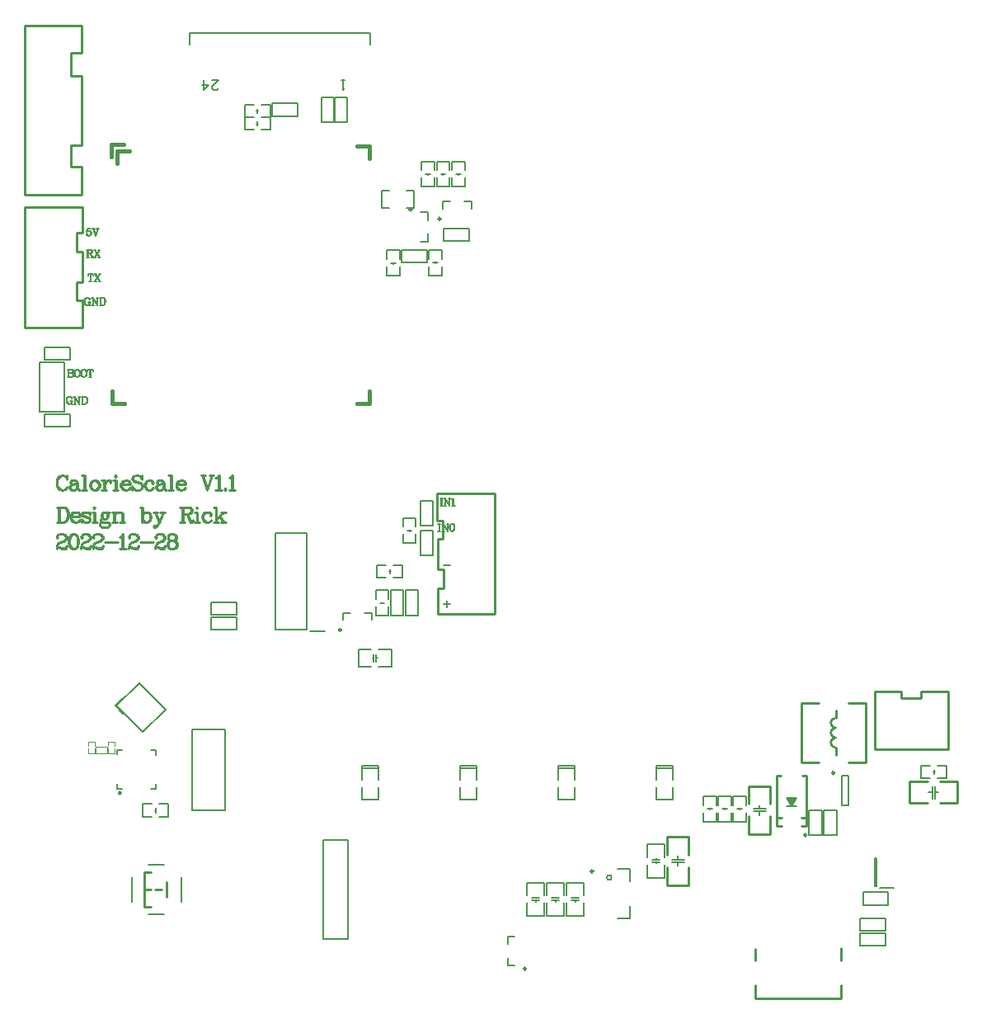
<source format=gto>
G04*
G04 #@! TF.GenerationSoftware,Altium Limited,Altium Designer,21.0.8 (223)*
G04*
G04 Layer_Color=65535*
%FSLAX25Y25*%
%MOIN*%
G70*
G04*
G04 #@! TF.SameCoordinates,947A2CD8-D87E-4BA2-AADF-D00DD91F1A07*
G04*
G04*
G04 #@! TF.FilePolarity,Positive*
G04*
G01*
G75*
%ADD10C,0.01000*%
%ADD11C,0.00984*%
%ADD12C,0.00591*%
%ADD13C,0.00800*%
%ADD14C,0.00600*%
%ADD15C,0.00400*%
%ADD16C,0.01575*%
%ADD17C,0.00787*%
D10*
X325803Y100756D02*
G03*
X325803Y96756I0J-2000D01*
G01*
Y108756D02*
G03*
X325803Y104756I0J-2000D01*
G01*
D02*
G03*
X325803Y100756I0J-2000D01*
G01*
X36850Y78500D02*
G03*
X36850Y78500I-500J0D01*
G01*
X314000Y61500D02*
G03*
X314000Y61500I-500J0D01*
G01*
X352253Y116800D02*
X360203D01*
X368083Y119330D02*
X371163D01*
X360203D02*
X368083D01*
X352253Y116800D02*
Y119330D01*
X341463D02*
X352253D01*
X360203Y116800D02*
Y119330D01*
X341463Y96200D02*
X371163D01*
Y119330D01*
X341463Y96200D02*
Y119330D01*
X325803Y108756D02*
Y111756D01*
Y93756D02*
Y96756D01*
X311803Y114756D02*
X318803D01*
X311803Y90756D02*
Y114756D01*
Y90756D02*
X318803D01*
X330803D02*
X337803D01*
Y114756D01*
X330803D02*
X337803D01*
X314000Y65000D02*
Y85630D01*
X302000D02*
X303650D01*
X302000Y65000D02*
Y85630D01*
X312252D02*
X314000D01*
X302000Y65000D02*
X304000D01*
X302685Y68500D02*
X304000D01*
X312000Y65000D02*
X314000D01*
X312000Y68500D02*
X313315D01*
X308000Y73800D02*
X309200Y76300D01*
X306800Y76000D02*
X308000Y73800D01*
X306800Y76000D02*
X308200D01*
X308000Y74910D02*
X308200Y76000D01*
X290600Y74000D02*
Y81146D01*
Y61854D02*
Y69000D01*
X299400Y61854D02*
Y69000D01*
Y74000D02*
Y81146D01*
X290600Y61658D02*
X299400D01*
X290600Y81146D02*
X299400D01*
X293138Y-4512D02*
X327862D01*
X293177D02*
Y921D01*
X327860Y-4515D02*
Y805D01*
X293177Y10646D02*
Y15528D01*
X327823Y10835D02*
Y15716D01*
X367854Y83140D02*
X375000D01*
X355709Y83140D02*
X362854Y83140D01*
X355709Y74340D02*
X362854Y74340D01*
X367854D02*
X375000D01*
X355512D02*
Y83140D01*
X375000Y74340D02*
Y83140D01*
X257600Y53500D02*
Y60646D01*
Y41354D02*
Y48500D01*
X266400Y41354D02*
Y48500D01*
Y53500D02*
Y60646D01*
X257600Y41157D02*
X266400D01*
X257600Y60646D02*
X266400D01*
X-2000Y320300D02*
X20800D01*
X-2000Y388400D02*
X20900D01*
X-2000Y320300D02*
Y388400D01*
X20900Y377400D02*
Y388400D01*
X20800Y320300D02*
Y331500D01*
X16700Y331500D02*
X20800Y331500D01*
X16700Y331500D02*
Y340000D01*
X20800Y340000D01*
Y368100D01*
X16700Y368100D02*
X20800Y368100D01*
X16700Y368100D02*
Y377400D01*
X20900D01*
X18800Y297200D02*
X21200Y297200D01*
X18900Y284700D02*
X21200Y284700D01*
X21200Y297200D01*
X21300Y266600D02*
Y277400D01*
X21200Y304900D02*
Y315300D01*
X-2100Y266600D02*
Y315300D01*
X21200D01*
X-2100Y266600D02*
X21300D01*
X18800Y304900D02*
X21200D01*
X18800Y297200D02*
Y304900D01*
X18900Y277400D02*
X21300Y277400D01*
X18900Y284700D02*
X18900Y277400D01*
X164800Y168800D02*
X167200D01*
X164800Y181300D02*
X167100D01*
X164800Y168800D02*
Y181300D01*
X164700Y188600D02*
Y199400D01*
X164800Y150700D02*
Y161100D01*
X188100Y150700D02*
Y199400D01*
X164800Y150700D02*
X188100D01*
X164700Y199400D02*
X188100D01*
X164800Y161100D02*
X167200D01*
Y168800D01*
X164700Y188600D02*
X167100D01*
Y181300D02*
Y188600D01*
X46181Y46500D02*
X49081D01*
X46181Y32500D02*
Y46500D01*
Y32500D02*
X49081D01*
X55181Y36500D02*
Y42400D01*
X50581Y39500D02*
X53181D01*
X46181D02*
X48781D01*
X11657Y193949D02*
Y187950D01*
X11943Y193949D02*
Y187950D01*
X10800Y193949D02*
X13656D01*
X14514Y193663D01*
X15085Y193092D01*
X15370Y192521D01*
X15656Y191664D01*
Y190235D01*
X15370Y189378D01*
X15085Y188807D01*
X14514Y188236D01*
X13656Y187950D01*
X10800D01*
X13656Y193949D02*
X14228Y193663D01*
X14799Y193092D01*
X15085Y192521D01*
X15370Y191664D01*
Y190235D01*
X15085Y189378D01*
X14799Y188807D01*
X14228Y188236D01*
X13656Y187950D01*
X16742Y190235D02*
X20169D01*
Y190807D01*
X19884Y191378D01*
X19598Y191664D01*
X19027Y191949D01*
X18170D01*
X17313Y191664D01*
X16742Y191092D01*
X16456Y190235D01*
Y189664D01*
X16742Y188807D01*
X17313Y188236D01*
X18170Y187950D01*
X18741D01*
X19598Y188236D01*
X20169Y188807D01*
X19884Y190235D02*
Y191092D01*
X19598Y191664D01*
X18170Y191949D02*
X17598Y191664D01*
X17027Y191092D01*
X16742Y190235D01*
Y189664D01*
X17027Y188807D01*
X17598Y188236D01*
X18170Y187950D01*
X23940Y191378D02*
X24226Y191949D01*
Y190807D01*
X23940Y191378D01*
X23654Y191664D01*
X23083Y191949D01*
X21940D01*
X21369Y191664D01*
X21083Y191378D01*
Y190807D01*
X21369Y190521D01*
X21940Y190235D01*
X23369Y189664D01*
X23940Y189378D01*
X24226Y189093D01*
X21083Y191092D02*
X21369Y190807D01*
X21940Y190521D01*
X23369Y189950D01*
X23940Y189664D01*
X24226Y189378D01*
Y188522D01*
X23940Y188236D01*
X23369Y187950D01*
X22226D01*
X21655Y188236D01*
X21369Y188522D01*
X21083Y189093D01*
Y187950D01*
X21369Y188522D01*
X26054Y193949D02*
X25768Y193663D01*
X26054Y193378D01*
X26340Y193663D01*
X26054Y193949D01*
Y191949D02*
Y187950D01*
X26340Y191949D02*
Y187950D01*
X25197Y191949D02*
X26340D01*
X25197Y187950D02*
X27196D01*
X29996Y191949D02*
X29425Y191664D01*
X29139Y191378D01*
X28853Y190807D01*
Y190235D01*
X29139Y189664D01*
X29425Y189378D01*
X29996Y189093D01*
X30567D01*
X31139Y189378D01*
X31424Y189664D01*
X31710Y190235D01*
Y190807D01*
X31424Y191378D01*
X31139Y191664D01*
X30567Y191949D01*
X29996D01*
X29425Y191664D02*
X29139Y191092D01*
Y189950D01*
X29425Y189378D01*
X31139D02*
X31424Y189950D01*
Y191092D01*
X31139Y191664D01*
X31424Y191378D02*
X31710Y191664D01*
X32281Y191949D01*
Y191664D01*
X31710D01*
X29139Y189664D02*
X28853Y189378D01*
X28568Y188807D01*
Y188522D01*
X28853Y187950D01*
X29710Y187665D01*
X31139D01*
X31995Y187379D01*
X32281Y187093D01*
X28568Y188522D02*
X28853Y188236D01*
X29710Y187950D01*
X31139D01*
X31995Y187665D01*
X32281Y187093D01*
Y186808D01*
X31995Y186236D01*
X31139Y185951D01*
X29425D01*
X28568Y186236D01*
X28282Y186808D01*
Y187093D01*
X28568Y187665D01*
X29425Y187950D01*
X34024Y191949D02*
Y187950D01*
X34309Y191949D02*
Y187950D01*
Y191092D02*
X34881Y191664D01*
X35737Y191949D01*
X36309D01*
X37166Y191664D01*
X37451Y191092D01*
Y187950D01*
X36309Y191949D02*
X36880Y191664D01*
X37166Y191092D01*
Y187950D01*
X33167Y191949D02*
X34309D01*
X33167Y187950D02*
X35166D01*
X36309D02*
X38308D01*
X45335Y193949D02*
Y187950D01*
X45621Y193949D02*
Y187950D01*
Y191092D02*
X46192Y191664D01*
X46764Y191949D01*
X47335D01*
X48192Y191664D01*
X48763Y191092D01*
X49049Y190235D01*
Y189664D01*
X48763Y188807D01*
X48192Y188236D01*
X47335Y187950D01*
X46764D01*
X46192Y188236D01*
X45621Y188807D01*
X47335Y191949D02*
X47906Y191664D01*
X48478Y191092D01*
X48763Y190235D01*
Y189664D01*
X48478Y188807D01*
X47906Y188236D01*
X47335Y187950D01*
X44478Y193949D02*
X45621D01*
X50449Y191949D02*
X52162Y187950D01*
X50734Y191949D02*
X52162Y188522D01*
X53877Y191949D02*
X52162Y187950D01*
X51591Y186808D01*
X51020Y186236D01*
X50449Y185951D01*
X50163D01*
X49877Y186236D01*
X50163Y186522D01*
X50449Y186236D01*
X49877Y191949D02*
X51591D01*
X52734D02*
X54448D01*
X61532Y193949D02*
Y187950D01*
X61818Y193949D02*
Y187950D01*
X60675Y193949D02*
X64103D01*
X64960Y193663D01*
X65245Y193378D01*
X65531Y192806D01*
Y192235D01*
X65245Y191664D01*
X64960Y191378D01*
X64103Y191092D01*
X61818D01*
X64103Y193949D02*
X64674Y193663D01*
X64960Y193378D01*
X65245Y192806D01*
Y192235D01*
X64960Y191664D01*
X64674Y191378D01*
X64103Y191092D01*
X60675Y187950D02*
X62675D01*
X63246Y191092D02*
X63817Y190807D01*
X64103Y190521D01*
X64960Y188522D01*
X65245Y188236D01*
X65531D01*
X65817Y188522D01*
X63817Y190807D02*
X64103Y190235D01*
X64674Y188236D01*
X64960Y187950D01*
X65531D01*
X65817Y188522D01*
Y188807D01*
X67445Y193949D02*
X67159Y193663D01*
X67445Y193378D01*
X67731Y193663D01*
X67445Y193949D01*
Y191949D02*
Y187950D01*
X67731Y191949D02*
Y187950D01*
X66588Y191949D02*
X67731D01*
X66588Y187950D02*
X68588D01*
X73101Y191092D02*
X72815Y190807D01*
X73101Y190521D01*
X73387Y190807D01*
Y191092D01*
X72815Y191664D01*
X72244Y191949D01*
X71387D01*
X70530Y191664D01*
X69959Y191092D01*
X69673Y190235D01*
Y189664D01*
X69959Y188807D01*
X70530Y188236D01*
X71387Y187950D01*
X71958D01*
X72815Y188236D01*
X73387Y188807D01*
X71387Y191949D02*
X70816Y191664D01*
X70244Y191092D01*
X69959Y190235D01*
Y189664D01*
X70244Y188807D01*
X70816Y188236D01*
X71387Y187950D01*
X75158Y193949D02*
Y187950D01*
X75443Y193949D02*
Y187950D01*
X78300Y191949D02*
X75443Y189093D01*
X76872Y190235D02*
X78585Y187950D01*
X76586Y190235D02*
X78300Y187950D01*
X74301Y193949D02*
X75443D01*
X77443Y191949D02*
X79157D01*
X74301Y187950D02*
X76300D01*
X77443D02*
X79157D01*
X11086Y181956D02*
X11371Y181670D01*
X11086Y181385D01*
X10800Y181670D01*
Y181956D01*
X11086Y182527D01*
X11371Y182813D01*
X12228Y183099D01*
X13371D01*
X14228Y182813D01*
X14514Y182527D01*
X14799Y181956D01*
Y181385D01*
X14514Y180814D01*
X13656Y180242D01*
X12228Y179671D01*
X11657Y179385D01*
X11086Y178814D01*
X10800Y177957D01*
Y177100D01*
X13371Y183099D02*
X13942Y182813D01*
X14228Y182527D01*
X14514Y181956D01*
Y181385D01*
X14228Y180814D01*
X13371Y180242D01*
X12228Y179671D01*
X10800Y177671D02*
X11086Y177957D01*
X11657D01*
X13085Y177386D01*
X13942D01*
X14514Y177671D01*
X14799Y177957D01*
Y178528D01*
X11657Y177957D02*
X13085Y177100D01*
X14228D01*
X14514Y177386D01*
X14799Y177957D01*
X17399Y183099D02*
X16542Y182813D01*
X15970Y181956D01*
X15685Y180528D01*
Y179671D01*
X15970Y178243D01*
X16542Y177386D01*
X17399Y177100D01*
X17970D01*
X18827Y177386D01*
X19398Y178243D01*
X19684Y179671D01*
Y180528D01*
X19398Y181956D01*
X18827Y182813D01*
X17970Y183099D01*
X17399D01*
X16827Y182813D01*
X16542Y182527D01*
X16256Y181956D01*
X15970Y180528D01*
Y179671D01*
X16256Y178243D01*
X16542Y177671D01*
X16827Y177386D01*
X17399Y177100D01*
X17970D02*
X18541Y177386D01*
X18827Y177671D01*
X19113Y178243D01*
X19398Y179671D01*
Y180528D01*
X19113Y181956D01*
X18827Y182527D01*
X18541Y182813D01*
X17970Y183099D01*
X20855Y181956D02*
X21141Y181670D01*
X20855Y181385D01*
X20569Y181670D01*
Y181956D01*
X20855Y182527D01*
X21141Y182813D01*
X21998Y183099D01*
X23140D01*
X23997Y182813D01*
X24283Y182527D01*
X24568Y181956D01*
Y181385D01*
X24283Y180814D01*
X23426Y180242D01*
X21998Y179671D01*
X21426Y179385D01*
X20855Y178814D01*
X20569Y177957D01*
Y177100D01*
X23140Y183099D02*
X23711Y182813D01*
X23997Y182527D01*
X24283Y181956D01*
Y181385D01*
X23997Y180814D01*
X23140Y180242D01*
X21998Y179671D01*
X20569Y177671D02*
X20855Y177957D01*
X21426D01*
X22855Y177386D01*
X23711D01*
X24283Y177671D01*
X24568Y177957D01*
Y178528D01*
X21426Y177957D02*
X22855Y177100D01*
X23997D01*
X24283Y177386D01*
X24568Y177957D01*
X25740Y181956D02*
X26025Y181670D01*
X25740Y181385D01*
X25454Y181670D01*
Y181956D01*
X25740Y182527D01*
X26025Y182813D01*
X26882Y183099D01*
X28025D01*
X28882Y182813D01*
X29168Y182527D01*
X29453Y181956D01*
Y181385D01*
X29168Y180814D01*
X28310Y180242D01*
X26882Y179671D01*
X26311Y179385D01*
X25740Y178814D01*
X25454Y177957D01*
Y177100D01*
X28025Y183099D02*
X28596Y182813D01*
X28882Y182527D01*
X29168Y181956D01*
Y181385D01*
X28882Y180814D01*
X28025Y180242D01*
X26882Y179671D01*
X25454Y177671D02*
X25740Y177957D01*
X26311D01*
X27739Y177386D01*
X28596D01*
X29168Y177671D01*
X29453Y177957D01*
Y178528D01*
X26311Y177957D02*
X27739Y177100D01*
X28882D01*
X29168Y177386D01*
X29453Y177957D01*
X30339Y179671D02*
X35480D01*
X36252Y181956D02*
X36823Y182242D01*
X37680Y183099D01*
Y177100D01*
X37394Y182813D02*
Y177100D01*
X36252D02*
X38823D01*
X40137Y181956D02*
X40422Y181670D01*
X40137Y181385D01*
X39851Y181670D01*
Y181956D01*
X40137Y182527D01*
X40422Y182813D01*
X41279Y183099D01*
X42422D01*
X43279Y182813D01*
X43564Y182527D01*
X43850Y181956D01*
Y181385D01*
X43564Y180814D01*
X42707Y180242D01*
X41279Y179671D01*
X40708Y179385D01*
X40137Y178814D01*
X39851Y177957D01*
Y177100D01*
X42422Y183099D02*
X42993Y182813D01*
X43279Y182527D01*
X43564Y181956D01*
Y181385D01*
X43279Y180814D01*
X42422Y180242D01*
X41279Y179671D01*
X39851Y177671D02*
X40137Y177957D01*
X40708D01*
X42136Y177386D01*
X42993D01*
X43564Y177671D01*
X43850Y177957D01*
Y178528D01*
X40708Y177957D02*
X42136Y177100D01*
X43279D01*
X43564Y177386D01*
X43850Y177957D01*
X44736Y179671D02*
X49877D01*
X50934Y181956D02*
X51220Y181670D01*
X50934Y181385D01*
X50649Y181670D01*
Y181956D01*
X50934Y182527D01*
X51220Y182813D01*
X52077Y183099D01*
X53219D01*
X54076Y182813D01*
X54362Y182527D01*
X54648Y181956D01*
Y181385D01*
X54362Y180814D01*
X53505Y180242D01*
X52077Y179671D01*
X51506Y179385D01*
X50934Y178814D01*
X50649Y177957D01*
Y177100D01*
X53219Y183099D02*
X53791Y182813D01*
X54076Y182527D01*
X54362Y181956D01*
Y181385D01*
X54076Y180814D01*
X53219Y180242D01*
X52077Y179671D01*
X50649Y177671D02*
X50934Y177957D01*
X51506D01*
X52934Y177386D01*
X53791D01*
X54362Y177671D01*
X54648Y177957D01*
Y178528D01*
X51506Y177957D02*
X52934Y177100D01*
X54076D01*
X54362Y177386D01*
X54648Y177957D01*
X56962Y183099D02*
X56105Y182813D01*
X55819Y182242D01*
Y181385D01*
X56105Y180814D01*
X56962Y180528D01*
X58104D01*
X58961Y180814D01*
X59247Y181385D01*
Y182242D01*
X58961Y182813D01*
X58104Y183099D01*
X56962D01*
X56390Y182813D01*
X56105Y182242D01*
Y181385D01*
X56390Y180814D01*
X56962Y180528D01*
X58104D02*
X58675Y180814D01*
X58961Y181385D01*
Y182242D01*
X58675Y182813D01*
X58104Y183099D01*
X56962Y180528D02*
X56105Y180242D01*
X55819Y179956D01*
X55533Y179385D01*
Y178243D01*
X55819Y177671D01*
X56105Y177386D01*
X56962Y177100D01*
X58104D01*
X58961Y177386D01*
X59247Y177671D01*
X59532Y178243D01*
Y179385D01*
X59247Y179956D01*
X58961Y180242D01*
X58104Y180528D01*
X56962D02*
X56390Y180242D01*
X56105Y179956D01*
X55819Y179385D01*
Y178243D01*
X56105Y177671D01*
X56390Y177386D01*
X56962Y177100D01*
X58104D02*
X58675Y177386D01*
X58961Y177671D01*
X59247Y178243D01*
Y179385D01*
X58961Y179956D01*
X58675Y180242D01*
X58104Y180528D01*
X14799Y205942D02*
X15085Y205085D01*
Y206799D01*
X14799Y205942D01*
X14228Y206513D01*
X13371Y206799D01*
X12800D01*
X11943Y206513D01*
X11371Y205942D01*
X11086Y205370D01*
X10800Y204514D01*
Y203085D01*
X11086Y202228D01*
X11371Y201657D01*
X11943Y201086D01*
X12800Y200800D01*
X13371D01*
X14228Y201086D01*
X14799Y201657D01*
X15085Y202228D01*
X12800Y206799D02*
X12228Y206513D01*
X11657Y205942D01*
X11371Y205370D01*
X11086Y204514D01*
Y203085D01*
X11371Y202228D01*
X11657Y201657D01*
X12228Y201086D01*
X12800Y200800D01*
X16513Y204228D02*
Y203942D01*
X16227D01*
Y204228D01*
X16513Y204514D01*
X17084Y204799D01*
X18227D01*
X18798Y204514D01*
X19084Y204228D01*
X19370Y203657D01*
Y201657D01*
X19655Y201086D01*
X19941Y200800D01*
X19084Y204228D02*
Y201657D01*
X19370Y201086D01*
X19941Y200800D01*
X20227D01*
X19084Y203657D02*
X18798Y203371D01*
X17084Y203085D01*
X16227Y202800D01*
X15942Y202228D01*
Y201657D01*
X16227Y201086D01*
X17084Y200800D01*
X17941D01*
X18513Y201086D01*
X19084Y201657D01*
X17084Y203085D02*
X16513Y202800D01*
X16227Y202228D01*
Y201657D01*
X16513Y201086D01*
X17084Y200800D01*
X21940Y206799D02*
Y200800D01*
X22226Y206799D02*
Y200800D01*
X21083Y206799D02*
X22226D01*
X21083Y200800D02*
X23083D01*
X25883Y204799D02*
X25025Y204514D01*
X24454Y203942D01*
X24169Y203085D01*
Y202514D01*
X24454Y201657D01*
X25025Y201086D01*
X25883Y200800D01*
X26454D01*
X27311Y201086D01*
X27882Y201657D01*
X28168Y202514D01*
Y203085D01*
X27882Y203942D01*
X27311Y204514D01*
X26454Y204799D01*
X25883D01*
X25311Y204514D01*
X24740Y203942D01*
X24454Y203085D01*
Y202514D01*
X24740Y201657D01*
X25311Y201086D01*
X25883Y200800D01*
X26454D02*
X27025Y201086D01*
X27596Y201657D01*
X27882Y202514D01*
Y203085D01*
X27596Y203942D01*
X27025Y204514D01*
X26454Y204799D01*
X29910D02*
Y200800D01*
X30196Y204799D02*
Y200800D01*
Y203085D02*
X30481Y203942D01*
X31053Y204514D01*
X31624Y204799D01*
X32481D01*
X32767Y204514D01*
Y204228D01*
X32481Y203942D01*
X32195Y204228D01*
X32481Y204514D01*
X29053Y204799D02*
X30196D01*
X29053Y200800D02*
X31053D01*
X34538Y206799D02*
X34252Y206513D01*
X34538Y206227D01*
X34823Y206513D01*
X34538Y206799D01*
Y204799D02*
Y200800D01*
X34823Y204799D02*
Y200800D01*
X33681Y204799D02*
X34823D01*
X33681Y200800D02*
X35680D01*
X37051Y203085D02*
X40479D01*
Y203657D01*
X40194Y204228D01*
X39908Y204514D01*
X39337Y204799D01*
X38480D01*
X37623Y204514D01*
X37051Y203942D01*
X36766Y203085D01*
Y202514D01*
X37051Y201657D01*
X37623Y201086D01*
X38480Y200800D01*
X39051D01*
X39908Y201086D01*
X40479Y201657D01*
X40194Y203085D02*
Y203942D01*
X39908Y204514D01*
X38480Y204799D02*
X37909Y204514D01*
X37337Y203942D01*
X37051Y203085D01*
Y202514D01*
X37337Y201657D01*
X37909Y201086D01*
X38480Y200800D01*
X45107Y205942D02*
X45393Y206799D01*
Y205085D01*
X45107Y205942D01*
X44536Y206513D01*
X43679Y206799D01*
X42822D01*
X41965Y206513D01*
X41394Y205942D01*
Y205370D01*
X41679Y204799D01*
X41965Y204514D01*
X42536Y204228D01*
X44250Y203657D01*
X44821Y203371D01*
X45393Y202800D01*
X41394Y205370D02*
X41965Y204799D01*
X42536Y204514D01*
X44250Y203942D01*
X44821Y203657D01*
X45107Y203371D01*
X45393Y202800D01*
Y201657D01*
X44821Y201086D01*
X43964Y200800D01*
X43107D01*
X42250Y201086D01*
X41679Y201657D01*
X41394Y202514D01*
Y200800D01*
X41679Y201657D01*
X49706Y203942D02*
X49420Y203657D01*
X49706Y203371D01*
X49992Y203657D01*
Y203942D01*
X49420Y204514D01*
X48849Y204799D01*
X47992D01*
X47135Y204514D01*
X46564Y203942D01*
X46278Y203085D01*
Y202514D01*
X46564Y201657D01*
X47135Y201086D01*
X47992Y200800D01*
X48563D01*
X49420Y201086D01*
X49992Y201657D01*
X47992Y204799D02*
X47421Y204514D01*
X46849Y203942D01*
X46564Y203085D01*
Y202514D01*
X46849Y201657D01*
X47421Y201086D01*
X47992Y200800D01*
X51477Y204228D02*
Y203942D01*
X51191D01*
Y204228D01*
X51477Y204514D01*
X52048Y204799D01*
X53191D01*
X53762Y204514D01*
X54048Y204228D01*
X54334Y203657D01*
Y201657D01*
X54619Y201086D01*
X54905Y200800D01*
X54048Y204228D02*
Y201657D01*
X54334Y201086D01*
X54905Y200800D01*
X55190D01*
X54048Y203657D02*
X53762Y203371D01*
X52048Y203085D01*
X51191Y202800D01*
X50906Y202228D01*
Y201657D01*
X51191Y201086D01*
X52048Y200800D01*
X52905D01*
X53477Y201086D01*
X54048Y201657D01*
X52048Y203085D02*
X51477Y202800D01*
X51191Y202228D01*
Y201657D01*
X51477Y201086D01*
X52048Y200800D01*
X56904Y206799D02*
Y200800D01*
X57190Y206799D02*
Y200800D01*
X56047Y206799D02*
X57190D01*
X56047Y200800D02*
X58047D01*
X59418Y203085D02*
X62846D01*
Y203657D01*
X62560Y204228D01*
X62275Y204514D01*
X61703Y204799D01*
X60846D01*
X59990Y204514D01*
X59418Y203942D01*
X59132Y203085D01*
Y202514D01*
X59418Y201657D01*
X59990Y201086D01*
X60846Y200800D01*
X61418D01*
X62275Y201086D01*
X62846Y201657D01*
X62560Y203085D02*
Y203942D01*
X62275Y204514D01*
X60846Y204799D02*
X60275Y204514D01*
X59704Y203942D01*
X59418Y203085D01*
Y202514D01*
X59704Y201657D01*
X60275Y201086D01*
X60846Y200800D01*
X69730Y206799D02*
X71730Y200800D01*
X70016Y206799D02*
X71730Y201657D01*
X73729Y206799D02*
X71730Y200800D01*
X69159Y206799D02*
X70873D01*
X72587D02*
X74301D01*
X75072Y205656D02*
X75643Y205942D01*
X76500Y206799D01*
Y200800D01*
X76215Y206513D02*
Y200800D01*
X75072D02*
X77643D01*
X78957Y201371D02*
X78671Y201086D01*
X78957Y200800D01*
X79242Y201086D01*
X78957Y201371D01*
X80471Y205656D02*
X81042Y205942D01*
X81899Y206799D01*
Y200800D01*
X81613Y206513D02*
Y200800D01*
X80471D02*
X83042D01*
D11*
X200689Y7480D02*
G03*
X200689Y7480I-492J0D01*
G01*
X325268Y86587D02*
G03*
X325268Y86587I-492J0D01*
G01*
X227762Y46858D02*
G03*
X227762Y46858I-492J0D01*
G01*
X166158Y310442D02*
G03*
X166158Y310442I-492J0D01*
G01*
X154458Y314187D02*
G03*
X154458Y314187I-492J0D01*
G01*
X125906Y144366D02*
G03*
X125906Y144366I-492J0D01*
G01*
D12*
X235219Y44303D02*
G03*
X235219Y44303I-1000J0D01*
G01*
X44293Y122899D02*
X54900Y112293D01*
X45707Y103101D02*
X54900Y112293D01*
X35100Y113707D02*
X45707Y103101D01*
X35100Y113707D02*
X44293Y122899D01*
D13*
X97882Y351941D02*
X108118D01*
Y357059D01*
X97882D02*
X108118D01*
X97882Y351941D02*
Y357059D01*
X117941Y349382D02*
Y359618D01*
Y349382D02*
X123059D01*
Y359618D01*
X117941D02*
X123059D01*
X123141Y349382D02*
Y359618D01*
Y349382D02*
X128259D01*
Y359618D01*
X123141D02*
X128259D01*
X93500Y351441D02*
X97118D01*
X93500Y356559D02*
X97118D01*
X86882Y351441D02*
X90500D01*
X86882Y356559D02*
X90500D01*
X86882Y351441D02*
Y356559D01*
X97118Y351441D02*
Y356559D01*
X93500Y346341D02*
X97118D01*
X93500Y351459D02*
X97118D01*
X86882Y346341D02*
X90500D01*
X86882Y351459D02*
X90500D01*
X86882Y346341D02*
Y351459D01*
X97118Y346341D02*
Y351459D01*
X158341Y327000D02*
X158341Y323382D01*
X163459D02*
Y327000D01*
X158341Y330000D02*
X158341Y333618D01*
X163459Y330000D02*
Y333618D01*
X158341D02*
X163459D01*
X158341Y323382D02*
X163459D01*
X142400Y314900D02*
X145300D01*
X152300D02*
X155200D01*
X142400D02*
Y321700D01*
X145300D01*
X152300D02*
X155200D01*
Y314900D02*
Y321700D01*
X170741Y323382D02*
Y327000D01*
X175859D02*
X175859Y323382D01*
X170741Y333618D02*
X170741Y330000D01*
X175859D02*
X175859Y333618D01*
X170741D02*
X175859D01*
X170741Y323382D02*
X175859Y323382D01*
X164541Y323382D02*
Y327000D01*
X169659D02*
X169659Y323382D01*
X164541Y330000D02*
Y333618D01*
X169659Y330000D02*
X169659Y333618D01*
X164541Y333618D02*
X169659Y333618D01*
X164541Y323382D02*
X169659Y323382D01*
X145941Y160418D02*
X151059D01*
Y150182D02*
Y160418D01*
X145941Y150182D02*
X151059D01*
X145941D02*
Y160418D01*
X360433Y84449D02*
Y89567D01*
X370669Y84449D02*
Y89567D01*
X367051Y84449D02*
X370669Y84449D01*
X367051Y89567D02*
X370669Y89567D01*
X360433Y84449D02*
X364051Y84449D01*
X360433Y89567D02*
X364051Y89567D01*
X150382Y292641D02*
Y297759D01*
X160618D01*
Y292641D02*
Y297759D01*
X150382Y292641D02*
X160618D01*
X308000Y73055D02*
X310000Y76555D01*
X306000D02*
X310000D01*
X306000D02*
X308000Y73055D01*
X306000D02*
X310000D01*
X336811Y33268D02*
X347047D01*
X347047Y38386D01*
X336811Y38386D02*
X347047Y38386D01*
X336811Y33268D02*
Y38386D01*
X315047Y61382D02*
Y71618D01*
Y61382D02*
X320165D01*
Y71618D01*
X315047D02*
X320165D01*
X272441Y66894D02*
Y70512D01*
X277559Y66894D02*
Y70512D01*
X272441Y73512D02*
Y77130D01*
X277559Y73512D02*
Y77130D01*
X272441D02*
X277559D01*
X272441Y66894D02*
X277559D01*
X278441D02*
Y70512D01*
X283559Y66894D02*
Y70512D01*
X278441Y73512D02*
Y77130D01*
X283559Y73512D02*
Y77130D01*
X278441D02*
X283559D01*
X278441Y66894D02*
X283559D01*
X284441D02*
Y70512D01*
X289559Y66894D02*
Y70512D01*
X284441Y73512D02*
Y77130D01*
X289559Y73512D02*
Y77130D01*
X284441D02*
X289559D01*
X284441Y66894D02*
X289559D01*
X326166Y61382D02*
Y71618D01*
X321048D02*
X326166D01*
X321048Y61382D02*
Y71618D01*
Y61382D02*
X326166D01*
X335561Y27888D02*
X345798D01*
X335561Y22770D02*
Y27888D01*
Y22770D02*
X345798D01*
Y27888D01*
X200900Y28807D02*
X208100D01*
X200900Y42193D02*
X208100D01*
Y37000D02*
Y42193D01*
Y28807D02*
Y34000D01*
X200900Y28807D02*
Y34000D01*
Y37000D02*
Y42193D01*
X208900Y28807D02*
X216100D01*
X208900Y42193D02*
X216100D01*
Y37000D02*
Y42193D01*
Y28807D02*
Y34000D01*
X208900Y28807D02*
Y34000D01*
Y37000D02*
Y42193D01*
X216900Y28807D02*
X224100D01*
X216900Y42193D02*
X224100D01*
Y37000D02*
Y42193D01*
Y28807D02*
Y34000D01*
X216900Y28807D02*
Y34000D01*
Y37000D02*
Y42193D01*
X249550Y44291D02*
X256750D01*
X249550Y57677D02*
X256750D01*
Y52484D02*
Y57677D01*
Y44291D02*
Y49484D01*
X249550Y44291D02*
Y49484D01*
Y52484D02*
Y57677D01*
X335543Y16811D02*
X345779D01*
Y21929D01*
X335543D02*
X345779D01*
X335543Y16811D02*
Y21929D01*
X253252Y88547D02*
X259846D01*
X253153Y89630D02*
X259846D01*
X253153Y75752D02*
X259846D01*
X253153D02*
Y80650D01*
Y83650D02*
Y89630D01*
X259846Y83650D02*
Y89630D01*
Y75752D02*
Y80650D01*
X213585Y88547D02*
X220180D01*
X213487Y89630D02*
X220180D01*
X213487Y75752D02*
X220180D01*
X213487D02*
Y80650D01*
Y83650D02*
Y89630D01*
X220180Y83650D02*
Y89630D01*
Y75752D02*
Y80650D01*
X173919Y88547D02*
X180513D01*
X173820Y89630D02*
X180513D01*
X173820Y75752D02*
X180513D01*
X173820D02*
Y80650D01*
Y83650D02*
Y89630D01*
X180513Y83650D02*
Y89630D01*
Y75752D02*
Y80650D01*
X134252Y88547D02*
X140847D01*
X134153Y89630D02*
X140847D01*
X134153Y75752D02*
X140847D01*
X134153D02*
Y80650D01*
Y83650D02*
Y89630D01*
X140847Y83650D02*
Y89630D01*
Y75752D02*
Y80650D01*
X167282Y301341D02*
X177518D01*
Y306459D01*
X167282D02*
X177518D01*
X167282Y301341D02*
Y306459D01*
X5882Y226441D02*
X16118D01*
Y231559D01*
X5882D02*
X16118D01*
X5882Y226441D02*
Y231559D01*
Y253441D02*
X16118D01*
Y258559D01*
X5882D02*
X16118D01*
X5882Y253441D02*
Y258559D01*
X166559Y294141D02*
Y297759D01*
X161441D02*
X161441Y294141D01*
X166559Y287523D02*
Y291141D01*
X161441Y287523D02*
X161441Y291141D01*
X161441Y287523D02*
X166559D01*
X161441Y297759D02*
X166559D01*
X149559Y294100D02*
Y297718D01*
X144441Y294100D02*
Y297718D01*
X149559Y287482D02*
Y291100D01*
X144441Y287482D02*
Y291100D01*
Y287482D02*
X149559D01*
X144441Y297718D02*
X149559D01*
X132807Y129400D02*
Y136600D01*
X146193Y129400D02*
Y136600D01*
X141000Y129400D02*
X146193D01*
X132807D02*
X138000D01*
X132807Y136600D02*
X138000D01*
X141000D02*
X146193D01*
X139941Y150182D02*
Y153800D01*
X145059Y150182D02*
Y153800D01*
X139941Y156800D02*
Y160418D01*
X145059Y156800D02*
Y160418D01*
X139941D02*
X145059D01*
X139941Y150182D02*
X145059D01*
X157059Y150182D02*
Y160418D01*
X151941D02*
X157059D01*
X151941Y150182D02*
Y160418D01*
Y150182D02*
X157059D01*
X73400Y150482D02*
X83636D01*
Y155600D01*
X73400D02*
X83636D01*
X73400Y150482D02*
Y155600D01*
X147000Y165441D02*
X150618D01*
X147000Y170559D02*
X150618D01*
X140382Y165441D02*
X144000D01*
X140382Y170559D02*
X144000D01*
X140382Y165441D02*
Y170559D01*
X150618Y165441D02*
Y170559D01*
X73382Y144441D02*
X83618D01*
Y149559D01*
X73382D02*
X83618D01*
X73382Y144441D02*
Y149559D01*
X163059Y174382D02*
Y184618D01*
X157941D02*
X163059D01*
X157941Y174382D02*
Y184618D01*
Y174382D02*
X163059D01*
X150941Y179382D02*
Y183000D01*
X156059Y179382D02*
Y183000D01*
X150941Y186000D02*
Y189618D01*
X156059Y186000D02*
Y189618D01*
X150941D02*
X156059D01*
X150941Y179382D02*
X156059D01*
X163059Y186382D02*
Y196618D01*
X157941D02*
X163059D01*
X157941Y186382D02*
Y196618D01*
Y186382D02*
X163059D01*
X52300Y68941D02*
X55918Y68941D01*
X52300Y74059D02*
X55918Y74059D01*
X45682Y68941D02*
X49300Y68941D01*
X45682Y74059D02*
X49300Y74059D01*
X45682Y68941D02*
Y74059D01*
X55918Y68941D02*
Y74059D01*
X166329Y197599D02*
Y194600D01*
X166471Y197599D02*
Y194600D01*
X165900Y197599D02*
X166900D01*
X165900Y194600D02*
X166900D01*
X167871Y197599D02*
Y194600D01*
X168014Y197599D02*
X169728Y194886D01*
X168014Y197314D02*
X169728Y194600D01*
Y197599D02*
Y194600D01*
X167443Y197599D02*
X168014D01*
X169299D02*
X170156D01*
X167443Y194600D02*
X168299D01*
X170528Y197028D02*
X170813Y197171D01*
X171242Y197599D01*
Y194600D01*
X171099Y197457D02*
Y194600D01*
X170528D02*
X171813D01*
X165529Y187299D02*
Y184300D01*
X165671Y187299D02*
Y184300D01*
X165100Y187299D02*
X166100D01*
X165100Y184300D02*
X166100D01*
X167071Y187299D02*
Y184300D01*
X167214Y187299D02*
X168928Y184586D01*
X167214Y187014D02*
X168928Y184300D01*
Y187299D02*
Y184300D01*
X166642Y187299D02*
X167214D01*
X168499D02*
X169356D01*
X166642Y184300D02*
X167499D01*
X170584Y187299D02*
X170156Y187156D01*
X169870Y186728D01*
X169728Y186014D01*
Y185585D01*
X169870Y184871D01*
X170156Y184443D01*
X170584Y184300D01*
X170870D01*
X171299Y184443D01*
X171584Y184871D01*
X171727Y185585D01*
Y186014D01*
X171584Y186728D01*
X171299Y187156D01*
X170870Y187299D01*
X170584D01*
X170299Y187156D01*
X170156Y187014D01*
X170013Y186728D01*
X169870Y186014D01*
Y185585D01*
X170013Y184871D01*
X170156Y184586D01*
X170299Y184443D01*
X170584Y184300D01*
X170870D02*
X171156Y184443D01*
X171299Y184586D01*
X171441Y184871D01*
X171584Y185585D01*
Y186014D01*
X171441Y186728D01*
X171299Y187014D01*
X171156Y187156D01*
X170870Y187299D01*
X167300Y170500D02*
X169871D01*
X168685Y156171D02*
Y153600D01*
X167400Y154885D02*
X169971D01*
X16800Y238140D02*
X16942Y237712D01*
Y238568D01*
X16800Y238140D01*
X16514Y238426D01*
X16085Y238568D01*
X15800D01*
X15371Y238426D01*
X15086Y238140D01*
X14943Y237854D01*
X14800Y237426D01*
Y236712D01*
X14943Y236283D01*
X15086Y235998D01*
X15371Y235712D01*
X15800Y235569D01*
X16085D01*
X16514Y235712D01*
X16800Y235998D01*
X15800Y238568D02*
X15514Y238426D01*
X15228Y238140D01*
X15086Y237854D01*
X14943Y237426D01*
Y236712D01*
X15086Y236283D01*
X15228Y235998D01*
X15514Y235712D01*
X15800Y235569D01*
X16800Y236712D02*
Y235569D01*
X16942Y236712D02*
Y235569D01*
X16371Y236712D02*
X17371D01*
X18185Y238568D02*
Y235569D01*
X18328Y238568D02*
X20042Y235855D01*
X18328Y238283D02*
X20042Y235569D01*
Y238568D02*
Y235569D01*
X17756Y238568D02*
X18328D01*
X19613D02*
X20470D01*
X17756Y235569D02*
X18613D01*
X21270Y238568D02*
Y235569D01*
X21413Y238568D02*
Y235569D01*
X20842Y238568D02*
X22270D01*
X22698Y238426D01*
X22984Y238140D01*
X23127Y237854D01*
X23270Y237426D01*
Y236712D01*
X23127Y236283D01*
X22984Y235998D01*
X22698Y235712D01*
X22270Y235569D01*
X20842D01*
X22270Y238568D02*
X22556Y238426D01*
X22841Y238140D01*
X22984Y237854D01*
X23127Y237426D01*
Y236712D01*
X22984Y236283D01*
X22841Y235998D01*
X22556Y235712D01*
X22270Y235569D01*
X15629Y249499D02*
Y246500D01*
X15771Y249499D02*
Y246500D01*
X15200Y249499D02*
X16914D01*
X17342Y249357D01*
X17485Y249214D01*
X17628Y248928D01*
Y248642D01*
X17485Y248357D01*
X17342Y248214D01*
X16914Y248071D01*
Y249499D02*
X17200Y249357D01*
X17342Y249214D01*
X17485Y248928D01*
Y248642D01*
X17342Y248357D01*
X17200Y248214D01*
X16914Y248071D01*
X15771D02*
X16914D01*
X17342Y247928D01*
X17485Y247785D01*
X17628Y247500D01*
Y247071D01*
X17485Y246786D01*
X17342Y246643D01*
X16914Y246500D01*
X15200D01*
X16914Y248071D02*
X17200Y247928D01*
X17342Y247785D01*
X17485Y247500D01*
Y247071D01*
X17342Y246786D01*
X17200Y246643D01*
X16914Y246500D01*
X19028Y249499D02*
X18599Y249357D01*
X18314Y249071D01*
X18171Y248785D01*
X18028Y248214D01*
Y247785D01*
X18171Y247214D01*
X18314Y246929D01*
X18599Y246643D01*
X19028Y246500D01*
X19313D01*
X19742Y246643D01*
X20028Y246929D01*
X20170Y247214D01*
X20313Y247785D01*
Y248214D01*
X20170Y248785D01*
X20028Y249071D01*
X19742Y249357D01*
X19313Y249499D01*
X19028D01*
X18742Y249357D01*
X18456Y249071D01*
X18314Y248785D01*
X18171Y248214D01*
Y247785D01*
X18314Y247214D01*
X18456Y246929D01*
X18742Y246643D01*
X19028Y246500D01*
X19313D02*
X19599Y246643D01*
X19885Y246929D01*
X20028Y247214D01*
X20170Y247785D01*
Y248214D01*
X20028Y248785D01*
X19885Y249071D01*
X19599Y249357D01*
X19313Y249499D01*
X21727D02*
X21299Y249357D01*
X21013Y249071D01*
X20870Y248785D01*
X20727Y248214D01*
Y247785D01*
X20870Y247214D01*
X21013Y246929D01*
X21299Y246643D01*
X21727Y246500D01*
X22013D01*
X22441Y246643D01*
X22727Y246929D01*
X22870Y247214D01*
X23013Y247785D01*
Y248214D01*
X22870Y248785D01*
X22727Y249071D01*
X22441Y249357D01*
X22013Y249499D01*
X21727D01*
X21441Y249357D01*
X21156Y249071D01*
X21013Y248785D01*
X20870Y248214D01*
Y247785D01*
X21013Y247214D01*
X21156Y246929D01*
X21441Y246643D01*
X21727Y246500D01*
X22013D02*
X22298Y246643D01*
X22584Y246929D01*
X22727Y247214D01*
X22870Y247785D01*
Y248214D01*
X22727Y248785D01*
X22584Y249071D01*
X22298Y249357D01*
X22013Y249499D01*
X24427D02*
Y246500D01*
X24569Y249499D02*
Y246500D01*
X23570Y249499D02*
X23427Y248642D01*
Y249499D01*
X25569D01*
Y248642D01*
X25426Y249499D01*
X23998Y246500D02*
X24998D01*
X24100Y278096D02*
X24242Y277667D01*
Y278524D01*
X24100Y278096D01*
X23814Y278381D01*
X23385Y278524D01*
X23100D01*
X22671Y278381D01*
X22386Y278096D01*
X22243Y277810D01*
X22100Y277382D01*
Y276667D01*
X22243Y276239D01*
X22386Y275953D01*
X22671Y275668D01*
X23100Y275525D01*
X23385D01*
X23814Y275668D01*
X24100Y275953D01*
X23100Y278524D02*
X22814Y278381D01*
X22528Y278096D01*
X22386Y277810D01*
X22243Y277382D01*
Y276667D01*
X22386Y276239D01*
X22528Y275953D01*
X22814Y275668D01*
X23100Y275525D01*
X24100Y276667D02*
Y275525D01*
X24242Y276667D02*
Y275525D01*
X23671Y276667D02*
X24671D01*
X25485Y278524D02*
Y275525D01*
X25628Y278524D02*
X27342Y275811D01*
X25628Y278239D02*
X27342Y275525D01*
Y278524D02*
Y275525D01*
X25056Y278524D02*
X25628D01*
X26913D02*
X27770D01*
X25056Y275525D02*
X25914D01*
X28570Y278524D02*
Y275525D01*
X28713Y278524D02*
Y275525D01*
X28142Y278524D02*
X29570D01*
X29998Y278381D01*
X30284Y278096D01*
X30427Y277810D01*
X30570Y277382D01*
Y276667D01*
X30427Y276239D01*
X30284Y275953D01*
X29998Y275668D01*
X29570Y275525D01*
X28142D01*
X29570Y278524D02*
X29855Y278381D01*
X30141Y278096D01*
X30284Y277810D01*
X30427Y277382D01*
Y276667D01*
X30284Y276239D01*
X30141Y275953D01*
X29855Y275668D01*
X29570Y275525D01*
X24500Y288199D02*
Y285200D01*
X24643Y288199D02*
Y285200D01*
X23643Y288199D02*
X23500Y287342D01*
Y288199D01*
X25642D01*
Y287342D01*
X25500Y288199D01*
X24071Y285200D02*
X25071D01*
X26357Y288199D02*
X28213Y285200D01*
X26499Y288199D02*
X28356Y285200D01*
Y288199D02*
X26357Y285200D01*
X26071Y288199D02*
X26928D01*
X27785D02*
X28642D01*
X26071Y285200D02*
X26928D01*
X27785D02*
X28642D01*
X23328Y297899D02*
Y294900D01*
X23471Y297899D02*
Y294900D01*
X22900Y297899D02*
X24614D01*
X25042Y297757D01*
X25185Y297614D01*
X25328Y297328D01*
Y297042D01*
X25185Y296757D01*
X25042Y296614D01*
X24614Y296471D01*
X23471D01*
X24614Y297899D02*
X24900Y297757D01*
X25042Y297614D01*
X25185Y297328D01*
Y297042D01*
X25042Y296757D01*
X24900Y296614D01*
X24614Y296471D01*
X22900Y294900D02*
X23900D01*
X24185Y296471D02*
X24471Y296328D01*
X24614Y296185D01*
X25042Y295186D01*
X25185Y295043D01*
X25328D01*
X25471Y295186D01*
X24471Y296328D02*
X24614Y296043D01*
X24900Y295043D01*
X25042Y294900D01*
X25328D01*
X25471Y295186D01*
Y295328D01*
X26142Y297899D02*
X27999Y294900D01*
X26285Y297899D02*
X28142Y294900D01*
Y297899D02*
X26142Y294900D01*
X25857Y297899D02*
X26713D01*
X27570D02*
X28427D01*
X25857Y294900D02*
X26713D01*
X27570D02*
X28427D01*
X23186Y306599D02*
X22900Y305171D01*
X23186Y305457D01*
X23614Y305600D01*
X24043D01*
X24471Y305457D01*
X24757Y305171D01*
X24900Y304743D01*
Y304457D01*
X24757Y304029D01*
X24471Y303743D01*
X24043Y303600D01*
X23614D01*
X23186Y303743D01*
X23043Y303886D01*
X22900Y304171D01*
Y304314D01*
X23043Y304457D01*
X23186Y304314D01*
X23043Y304171D01*
X24043Y305600D02*
X24328Y305457D01*
X24614Y305171D01*
X24757Y304743D01*
Y304457D01*
X24614Y304029D01*
X24328Y303743D01*
X24043Y303600D01*
X23186Y306599D02*
X24614D01*
X23186Y306456D02*
X23900D01*
X24614Y306599D01*
X25628D02*
X26628Y303600D01*
X25771Y306599D02*
X26628Y304029D01*
X27628Y306599D02*
X26628Y303600D01*
X25342Y306599D02*
X26199D01*
X27056D02*
X27913D01*
D14*
X92000Y354000D02*
X92300D01*
X91700D02*
X92000D01*
Y353100D02*
Y354900D01*
Y348900D02*
X92300D01*
X91700D02*
X92000D01*
Y348000D02*
Y349800D01*
X160900Y328200D02*
Y328500D01*
Y328800D01*
X160000Y328500D02*
X161800D01*
X173300Y328200D02*
Y328500D01*
X173300Y328800D02*
X173300Y328500D01*
X172400Y328500D02*
X174200D01*
X167100Y328500D02*
X167100Y328200D01*
X167100Y328500D02*
X167100Y328800D01*
X166200Y328500D02*
X168000Y328500D01*
X365551Y86107D02*
Y87907D01*
Y87007D02*
X365851Y87008D01*
X365251Y87007D02*
X365551D01*
X35201Y80000D02*
Y81968D01*
Y94173D02*
Y95748D01*
X37169D01*
X48980D02*
X50949D01*
Y93779D02*
Y95748D01*
X48980Y80000D02*
X50949D01*
X50949Y81968D02*
X50949Y80000D01*
X35201D02*
X37169D01*
X275000Y71712D02*
Y72012D01*
Y72312D01*
X274100Y72012D02*
X275900D01*
X281000Y71712D02*
Y72012D01*
Y72312D01*
X280100Y72012D02*
X281900D01*
X287000Y71712D02*
Y72012D01*
Y72312D01*
X286100Y72012D02*
X287900D01*
X292500Y72000D02*
X297500D01*
X292500Y71000D02*
X297500D01*
X295000Y69500D02*
Y71000D01*
Y72000D02*
Y73500D01*
X365854Y81240D02*
X365854Y76240D01*
X364854Y76240D02*
Y81240D01*
X363354Y78740D02*
X364854D01*
X365854D02*
X367354D01*
X203000Y36000D02*
X206000D01*
X203000Y35000D02*
X206000D01*
X204500Y34500D02*
Y35000D01*
Y36000D02*
Y36500D01*
X211000Y36000D02*
X214000D01*
X211000Y35000D02*
X214000D01*
X212500Y34500D02*
Y35000D01*
Y36000D02*
Y36500D01*
X219000Y36000D02*
X222000D01*
X219000Y35000D02*
X222000D01*
X220500Y34500D02*
Y35000D01*
Y36000D02*
Y36500D01*
X251650Y51484D02*
X254650D01*
X251650Y50484D02*
X254650D01*
X253150Y49984D02*
Y50484D01*
Y51484D02*
Y51984D01*
X259500Y51500D02*
X264500D01*
X259500Y50500D02*
X264500D01*
X262000Y49000D02*
Y50500D01*
Y51500D02*
Y53000D01*
X164000Y292641D02*
Y292941D01*
Y292341D02*
Y292641D01*
X163100D02*
X164900D01*
X147000Y292600D02*
Y292900D01*
Y292300D02*
Y292600D01*
X146100D02*
X147900D01*
X140000Y131500D02*
Y134500D01*
X139000Y131500D02*
Y134500D01*
X138500Y133000D02*
X139000D01*
X140000D02*
X140500D01*
X142500Y155000D02*
Y155300D01*
Y155600D01*
X141600Y155300D02*
X143400D01*
X145500Y168000D02*
X145800D01*
X145200D02*
X145500D01*
Y167100D02*
Y168900D01*
X153500Y184200D02*
Y184500D01*
Y184800D01*
X152600Y184500D02*
X154400D01*
X48031Y49539D02*
X54331D01*
X61221Y34500D02*
Y44500D01*
X48031Y29461D02*
X54331D01*
X41142Y34500D02*
Y44500D01*
X50800Y71500D02*
X51100D01*
X50500D02*
X50800D01*
Y70600D02*
Y72400D01*
X73736Y366303D02*
X76402D01*
X73736Y363637D01*
Y362971D01*
X74402Y362304D01*
X75735D01*
X76402Y362971D01*
X70403Y366303D02*
Y362304D01*
X72403Y364304D01*
X69737D01*
X127189Y366303D02*
X125856D01*
X126523D01*
Y362304D01*
X127189Y362971D01*
D15*
X34378Y97399D02*
Y99262D01*
X34379Y94537D02*
Y96400D01*
X31622Y97400D02*
Y99262D01*
X31622Y94538D02*
Y96400D01*
Y94538D02*
X34378D01*
X31622Y99262D02*
X34378D01*
X26378Y97399D02*
Y99262D01*
X26379Y94537D02*
Y96400D01*
X23622Y97400D02*
Y99262D01*
X23622Y94538D02*
Y96400D01*
Y94538D02*
X26378D01*
X23622Y99262D02*
X26378D01*
X26622Y97293D02*
X31346D01*
X26622Y94537D02*
X31346D01*
X26622D02*
Y97293D01*
X31346Y94537D02*
Y97293D01*
D16*
X32809Y340572D02*
X37809D01*
X32809Y335572D02*
Y340572D01*
X132409Y235772D02*
X137409D01*
Y240772D01*
X33409Y235772D02*
X38409D01*
X33409D02*
Y240772D01*
X35409Y332772D02*
Y337772D01*
X40409D01*
X137409Y334772D02*
Y339772D01*
X132409D02*
X137409D01*
D17*
X118500Y19370D02*
X128500D01*
X118500D02*
Y59370D01*
X128500Y19370D02*
Y59370D01*
X118500D02*
X128500D01*
X193307Y17323D02*
Y20472D01*
X196063Y20472D01*
X193307Y8661D02*
Y11811D01*
Y8661D02*
X196063Y8661D01*
X328122Y85602D02*
X330878D01*
X328122Y73398D02*
X330878D01*
X328122D02*
Y85602D01*
X330878Y73398D02*
Y85602D01*
X341551Y40764D02*
X342339D01*
X341551D02*
Y52284D01*
X342339D01*
Y40764D02*
Y52284D01*
X343717Y40224D02*
X349228D01*
X242719Y27803D02*
Y32803D01*
X237719Y27803D02*
X242719D01*
Y42803D02*
Y47803D01*
X237719D02*
X242719D01*
X175509Y317332D02*
X178658D01*
X178658Y314576D01*
X166847Y317332D02*
X169997D01*
X166847Y314576D02*
X166847Y317332D01*
X160856Y301195D02*
Y304344D01*
X158100Y301195D02*
X160856Y301195D01*
Y309856D02*
Y313005D01*
X158100Y313005D02*
X160856Y313005D01*
X64689Y380909D02*
Y385339D01*
X137721Y380909D02*
Y385339D01*
X64689D02*
X137721D01*
X4000Y252500D02*
X14000D01*
Y232500D02*
Y252500D01*
X4000Y232500D02*
X14000D01*
X4000D02*
Y252500D01*
X34535Y113848D02*
X37646Y116960D01*
X34464Y113778D02*
X37646Y110596D01*
X135256Y151256D02*
X138406D01*
X138406Y148500D01*
X126594Y151256D02*
X129744D01*
X126594Y148500D02*
X126594Y151256D01*
X99201Y144512D02*
X111799D01*
X99201D02*
Y183488D01*
X111799Y183488D01*
Y144512D02*
Y183488D01*
X113177Y143744D02*
X119181D01*
X65500Y103997D02*
X79000Y103997D01*
X65500Y71603D02*
Y103997D01*
Y71603D02*
X79000Y71603D01*
Y103997D01*
M02*

</source>
